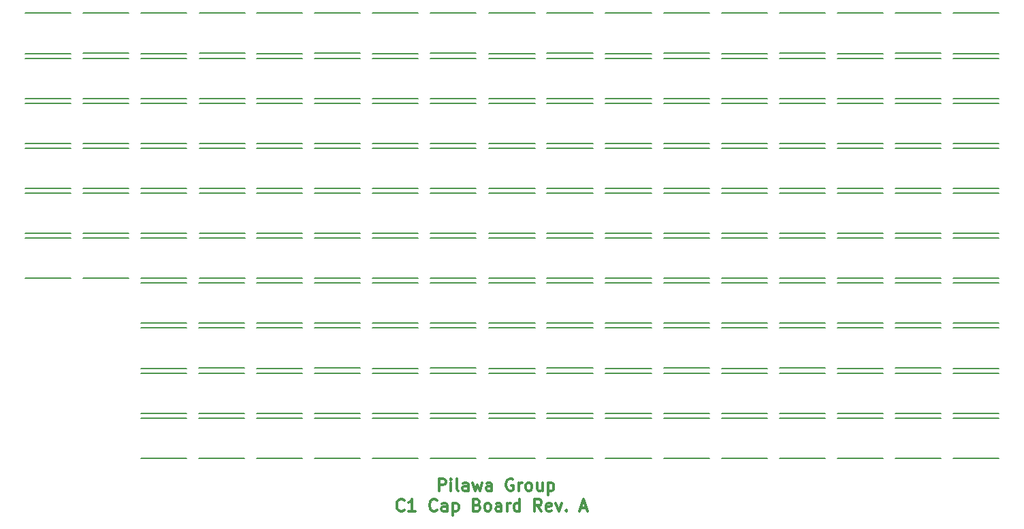
<source format=gbr>
G04 #@! TF.GenerationSoftware,KiCad,Pcbnew,(5.0.0)*
G04 #@! TF.CreationDate,2019-06-02T07:24:35-07:00*
G04 #@! TF.ProjectId,SSB Cap Board C1 - Rev2,5353422043617020426F617264204331,rev?*
G04 #@! TF.SameCoordinates,Original*
G04 #@! TF.FileFunction,Legend,Top*
G04 #@! TF.FilePolarity,Positive*
%FSLAX46Y46*%
G04 Gerber Fmt 4.6, Leading zero omitted, Abs format (unit mm)*
G04 Created by KiCad (PCBNEW (5.0.0)) date 06/02/19 07:24:35*
%MOMM*%
%LPD*%
G01*
G04 APERTURE LIST*
%ADD10C,0.300000*%
%ADD11C,0.150000*%
G04 APERTURE END LIST*
D10*
X-8631142Y46443428D02*
X-8631142Y47943428D01*
X-8059714Y47943428D01*
X-7916857Y47872000D01*
X-7845428Y47800571D01*
X-7774000Y47657714D01*
X-7774000Y47443428D01*
X-7845428Y47300571D01*
X-7916857Y47229142D01*
X-8059714Y47157714D01*
X-8631142Y47157714D01*
X-7131142Y46443428D02*
X-7131142Y47443428D01*
X-7131142Y47943428D02*
X-7202571Y47872000D01*
X-7131142Y47800571D01*
X-7059714Y47872000D01*
X-7131142Y47943428D01*
X-7131142Y47800571D01*
X-6202571Y46443428D02*
X-6345428Y46514857D01*
X-6416857Y46657714D01*
X-6416857Y47943428D01*
X-4988285Y46443428D02*
X-4988285Y47229142D01*
X-5059714Y47372000D01*
X-5202571Y47443428D01*
X-5488285Y47443428D01*
X-5631142Y47372000D01*
X-4988285Y46514857D02*
X-5131142Y46443428D01*
X-5488285Y46443428D01*
X-5631142Y46514857D01*
X-5702571Y46657714D01*
X-5702571Y46800571D01*
X-5631142Y46943428D01*
X-5488285Y47014857D01*
X-5131142Y47014857D01*
X-4988285Y47086285D01*
X-4416857Y47443428D02*
X-4131142Y46443428D01*
X-3845428Y47157714D01*
X-3559714Y46443428D01*
X-3274000Y47443428D01*
X-2059714Y46443428D02*
X-2059714Y47229142D01*
X-2131142Y47372000D01*
X-2274000Y47443428D01*
X-2559714Y47443428D01*
X-2702571Y47372000D01*
X-2059714Y46514857D02*
X-2202571Y46443428D01*
X-2559714Y46443428D01*
X-2702571Y46514857D01*
X-2774000Y46657714D01*
X-2774000Y46800571D01*
X-2702571Y46943428D01*
X-2559714Y47014857D01*
X-2202571Y47014857D01*
X-2059714Y47086285D01*
X583142Y47872000D02*
X440285Y47943428D01*
X225999Y47943428D01*
X11714Y47872000D01*
X-131142Y47729142D01*
X-202571Y47586285D01*
X-274000Y47300571D01*
X-274000Y47086285D01*
X-202571Y46800571D01*
X-131142Y46657714D01*
X11714Y46514857D01*
X225999Y46443428D01*
X368857Y46443428D01*
X583142Y46514857D01*
X654571Y46586285D01*
X654571Y47086285D01*
X368857Y47086285D01*
X1297428Y46443428D02*
X1297428Y47443428D01*
X1297428Y47157714D02*
X1368857Y47300571D01*
X1440285Y47372000D01*
X1583142Y47443428D01*
X1725999Y47443428D01*
X2440285Y46443428D02*
X2297428Y46514857D01*
X2225999Y46586285D01*
X2154571Y46729142D01*
X2154571Y47157714D01*
X2225999Y47300571D01*
X2297428Y47372000D01*
X2440285Y47443428D01*
X2654571Y47443428D01*
X2797428Y47372000D01*
X2868857Y47300571D01*
X2940285Y47157714D01*
X2940285Y46729142D01*
X2868857Y46586285D01*
X2797428Y46514857D01*
X2654571Y46443428D01*
X2440285Y46443428D01*
X4225999Y47443428D02*
X4225999Y46443428D01*
X3583142Y47443428D02*
X3583142Y46657714D01*
X3654571Y46514857D01*
X3797428Y46443428D01*
X4011714Y46443428D01*
X4154571Y46514857D01*
X4225999Y46586285D01*
X4940285Y47443428D02*
X4940285Y45943428D01*
X4940285Y47372000D02*
X5083142Y47443428D01*
X5368857Y47443428D01*
X5511714Y47372000D01*
X5583142Y47300571D01*
X5654571Y47157714D01*
X5654571Y46729142D01*
X5583142Y46586285D01*
X5511714Y46514857D01*
X5368857Y46443428D01*
X5083142Y46443428D01*
X4940285Y46514857D01*
X-12952571Y44036285D02*
X-13024000Y43964857D01*
X-13238285Y43893428D01*
X-13381142Y43893428D01*
X-13595428Y43964857D01*
X-13738285Y44107714D01*
X-13809714Y44250571D01*
X-13881142Y44536285D01*
X-13881142Y44750571D01*
X-13809714Y45036285D01*
X-13738285Y45179142D01*
X-13595428Y45322000D01*
X-13381142Y45393428D01*
X-13238285Y45393428D01*
X-13024000Y45322000D01*
X-12952571Y45250571D01*
X-11524000Y43893428D02*
X-12381142Y43893428D01*
X-11952571Y43893428D02*
X-11952571Y45393428D01*
X-12095428Y45179142D01*
X-12238285Y45036285D01*
X-12381142Y44964857D01*
X-8881142Y44036285D02*
X-8952571Y43964857D01*
X-9166857Y43893428D01*
X-9309714Y43893428D01*
X-9524000Y43964857D01*
X-9666857Y44107714D01*
X-9738285Y44250571D01*
X-9809714Y44536285D01*
X-9809714Y44750571D01*
X-9738285Y45036285D01*
X-9666857Y45179142D01*
X-9524000Y45322000D01*
X-9309714Y45393428D01*
X-9166857Y45393428D01*
X-8952571Y45322000D01*
X-8881142Y45250571D01*
X-7595428Y43893428D02*
X-7595428Y44679142D01*
X-7666857Y44822000D01*
X-7809714Y44893428D01*
X-8095428Y44893428D01*
X-8238285Y44822000D01*
X-7595428Y43964857D02*
X-7738285Y43893428D01*
X-8095428Y43893428D01*
X-8238285Y43964857D01*
X-8309714Y44107714D01*
X-8309714Y44250571D01*
X-8238285Y44393428D01*
X-8095428Y44464857D01*
X-7738285Y44464857D01*
X-7595428Y44536285D01*
X-6881142Y44893428D02*
X-6881142Y43393428D01*
X-6881142Y44822000D02*
X-6738285Y44893428D01*
X-6452571Y44893428D01*
X-6309714Y44822000D01*
X-6238285Y44750571D01*
X-6166857Y44607714D01*
X-6166857Y44179142D01*
X-6238285Y44036285D01*
X-6309714Y43964857D01*
X-6452571Y43893428D01*
X-6738285Y43893428D01*
X-6881142Y43964857D01*
X-3881142Y44679142D02*
X-3666857Y44607714D01*
X-3595428Y44536285D01*
X-3524000Y44393428D01*
X-3524000Y44179142D01*
X-3595428Y44036285D01*
X-3666857Y43964857D01*
X-3809714Y43893428D01*
X-4381142Y43893428D01*
X-4381142Y45393428D01*
X-3881142Y45393428D01*
X-3738285Y45322000D01*
X-3666857Y45250571D01*
X-3595428Y45107714D01*
X-3595428Y44964857D01*
X-3666857Y44822000D01*
X-3738285Y44750571D01*
X-3881142Y44679142D01*
X-4381142Y44679142D01*
X-2666857Y43893428D02*
X-2809714Y43964857D01*
X-2881142Y44036285D01*
X-2952571Y44179142D01*
X-2952571Y44607714D01*
X-2881142Y44750571D01*
X-2809714Y44822000D01*
X-2666857Y44893428D01*
X-2452571Y44893428D01*
X-2309714Y44822000D01*
X-2238285Y44750571D01*
X-2166857Y44607714D01*
X-2166857Y44179142D01*
X-2238285Y44036285D01*
X-2309714Y43964857D01*
X-2452571Y43893428D01*
X-2666857Y43893428D01*
X-881142Y43893428D02*
X-881142Y44679142D01*
X-952571Y44822000D01*
X-1095428Y44893428D01*
X-1381142Y44893428D01*
X-1524000Y44822000D01*
X-881142Y43964857D02*
X-1024000Y43893428D01*
X-1381142Y43893428D01*
X-1524000Y43964857D01*
X-1595428Y44107714D01*
X-1595428Y44250571D01*
X-1524000Y44393428D01*
X-1381142Y44464857D01*
X-1024000Y44464857D01*
X-881142Y44536285D01*
X-166857Y43893428D02*
X-166857Y44893428D01*
X-166857Y44607714D02*
X-95428Y44750571D01*
X-24000Y44822000D01*
X118857Y44893428D01*
X261714Y44893428D01*
X1404571Y43893428D02*
X1404571Y45393428D01*
X1404571Y43964857D02*
X1261714Y43893428D01*
X975999Y43893428D01*
X833142Y43964857D01*
X761714Y44036285D01*
X690285Y44179142D01*
X690285Y44607714D01*
X761714Y44750571D01*
X833142Y44822000D01*
X975999Y44893428D01*
X1261714Y44893428D01*
X1404571Y44822000D01*
X4118857Y43893428D02*
X3618857Y44607714D01*
X3261714Y43893428D02*
X3261714Y45393428D01*
X3833142Y45393428D01*
X3975999Y45322000D01*
X4047428Y45250571D01*
X4118857Y45107714D01*
X4118857Y44893428D01*
X4047428Y44750571D01*
X3975999Y44679142D01*
X3833142Y44607714D01*
X3261714Y44607714D01*
X5333142Y43964857D02*
X5190285Y43893428D01*
X4904571Y43893428D01*
X4761714Y43964857D01*
X4690285Y44107714D01*
X4690285Y44679142D01*
X4761714Y44822000D01*
X4904571Y44893428D01*
X5190285Y44893428D01*
X5333142Y44822000D01*
X5404571Y44679142D01*
X5404571Y44536285D01*
X4690285Y44393428D01*
X5904571Y44893428D02*
X6261714Y43893428D01*
X6618857Y44893428D01*
X7190285Y44036285D02*
X7261714Y43964857D01*
X7190285Y43893428D01*
X7118857Y43964857D01*
X7190285Y44036285D01*
X7190285Y43893428D01*
X8975999Y44322000D02*
X9690285Y44322000D01*
X8833142Y43893428D02*
X9333142Y45393428D01*
X9833142Y43893428D01*
D11*
G04 #@! TO.C,C425*
X60995000Y78495000D02*
X55295000Y78495000D01*
X60995000Y83495000D02*
X55295000Y83495000D01*
G04 #@! TO.C,C430*
X60995000Y72295000D02*
X55295000Y72295000D01*
X60995000Y67295000D02*
X55295000Y67295000D01*
G04 #@! TO.C,C431*
X60995000Y100895000D02*
X55295000Y100895000D01*
X60995000Y105895000D02*
X55295000Y105895000D01*
G04 #@! TO.C,C434*
X60995000Y66695000D02*
X55295000Y66695000D01*
X60995000Y61695000D02*
X55295000Y61695000D01*
G04 #@! TO.C,C435*
X60995000Y95295000D02*
X55295000Y95295000D01*
X60995000Y100295000D02*
X55295000Y100295000D01*
G04 #@! TO.C,C406*
X60995000Y56095000D02*
X55295000Y56095000D01*
X60995000Y61095000D02*
X55295000Y61095000D01*
G04 #@! TO.C,C407*
X60995000Y94695000D02*
X55295000Y94695000D01*
X60995000Y89695000D02*
X55295000Y89695000D01*
G04 #@! TO.C,C408*
X60995000Y50495000D02*
X55295000Y50495000D01*
X60995000Y55495000D02*
X55295000Y55495000D01*
G04 #@! TO.C,C409*
X60995000Y89095000D02*
X55295000Y89095000D01*
X60995000Y84095000D02*
X55295000Y84095000D01*
G04 #@! TO.C,C422*
X60995000Y72895000D02*
X55295000Y72895000D01*
X60995000Y77895000D02*
X55295000Y77895000D01*
G04 #@! TO.C,C343*
X-24095000Y77905000D02*
X-18395000Y77905000D01*
X-24095000Y72905000D02*
X-18395000Y72905000D01*
G04 #@! TO.C,C340*
X46595000Y72295000D02*
X40895000Y72295000D01*
X46595000Y67295000D02*
X40895000Y67295000D01*
G04 #@! TO.C,C333*
X4805000Y100905000D02*
X10505000Y100905000D01*
X4805000Y105905000D02*
X10505000Y105905000D01*
G04 #@! TO.C,C332*
X46595000Y66695000D02*
X40895000Y66695000D01*
X46595000Y61695000D02*
X40895000Y61695000D01*
G04 #@! TO.C,C1*
X-40005000Y50495000D02*
X-45705000Y50495000D01*
X-40005000Y55495000D02*
X-45705000Y55495000D01*
G04 #@! TO.C,C363*
X48105000Y105905000D02*
X53805000Y105905000D01*
X48105000Y100905000D02*
X53805000Y100905000D01*
G04 #@! TO.C,C275*
X46595000Y77895000D02*
X40895000Y77895000D01*
X46595000Y72895000D02*
X40895000Y72895000D01*
G04 #@! TO.C,C273*
X19305000Y55505000D02*
X25005000Y55505000D01*
X19305000Y50505000D02*
X25005000Y50505000D01*
G04 #@! TO.C,C313*
X46595000Y89095000D02*
X40895000Y89095000D01*
X46595000Y84095000D02*
X40895000Y84095000D01*
G04 #@! TO.C,C264*
X48105000Y94705000D02*
X53805000Y94705000D01*
X48105000Y89705000D02*
X53805000Y89705000D01*
G04 #@! TO.C,C262*
X19305000Y83505000D02*
X25005000Y83505000D01*
X19305000Y78505000D02*
X25005000Y78505000D01*
G04 #@! TO.C,C261*
X48105000Y77905000D02*
X53805000Y77905000D01*
X48105000Y72905000D02*
X53805000Y72905000D01*
G04 #@! TO.C,C260*
X32195000Y100895000D02*
X26495000Y100895000D01*
X32195000Y105895000D02*
X26495000Y105895000D01*
G04 #@! TO.C,C259*
X32195000Y56095000D02*
X26495000Y56095000D01*
X32195000Y61095000D02*
X26495000Y61095000D01*
G04 #@! TO.C,C258*
X-11205000Y56095000D02*
X-16905000Y56095000D01*
X-11205000Y61095000D02*
X-16905000Y61095000D01*
G04 #@! TO.C,C257*
X46595000Y56095000D02*
X40895000Y56095000D01*
X46595000Y61095000D02*
X40895000Y61095000D01*
G04 #@! TO.C,C314*
X19305000Y89105000D02*
X25005000Y89105000D01*
X19305000Y84105000D02*
X25005000Y84105000D01*
G04 #@! TO.C,C265*
X32195000Y95295000D02*
X26495000Y95295000D01*
X32195000Y100295000D02*
X26495000Y100295000D01*
G04 #@! TO.C,C311*
X32195000Y50495000D02*
X26495000Y50495000D01*
X32195000Y55495000D02*
X26495000Y55495000D01*
G04 #@! TO.C,C310*
X-11205000Y50495000D02*
X-16905000Y50495000D01*
X-11205000Y55495000D02*
X-16905000Y55495000D01*
G04 #@! TO.C,C309*
X46595000Y50495000D02*
X40895000Y50495000D01*
X46595000Y55495000D02*
X40895000Y55495000D01*
G04 #@! TO.C,C308*
X-54405000Y84095000D02*
X-60105000Y84095000D01*
X-54405000Y89095000D02*
X-60105000Y89095000D01*
G04 #@! TO.C,C304*
X19305000Y94705000D02*
X25005000Y94705000D01*
X19305000Y89705000D02*
X25005000Y89705000D01*
G04 #@! TO.C,C302*
X32195000Y89695000D02*
X26495000Y89695000D01*
X32195000Y94695000D02*
X26495000Y94695000D01*
G04 #@! TO.C,C300*
X48105000Y55505000D02*
X53805000Y55505000D01*
X48105000Y50505000D02*
X53805000Y50505000D01*
G04 #@! TO.C,C283*
X32195000Y84095000D02*
X26495000Y84095000D01*
X32195000Y89095000D02*
X26495000Y89095000D01*
G04 #@! TO.C,C282*
X-54405000Y78495000D02*
X-60105000Y78495000D01*
X-54405000Y83495000D02*
X-60105000Y83495000D01*
G04 #@! TO.C,C295*
X19305000Y100305000D02*
X25005000Y100305000D01*
X19305000Y95305000D02*
X25005000Y95305000D01*
G04 #@! TO.C,C294*
X19305000Y61105000D02*
X25005000Y61105000D01*
X19305000Y56105000D02*
X25005000Y56105000D01*
G04 #@! TO.C,C292*
X33705000Y77905000D02*
X39405000Y77905000D01*
X33705000Y72905000D02*
X39405000Y72905000D01*
G04 #@! TO.C,C291*
X-24095000Y105905000D02*
X-18395000Y105905000D01*
X-24095000Y100905000D02*
X-18395000Y100905000D01*
G04 #@! TO.C,C289*
X-54405000Y72895000D02*
X-60105000Y72895000D01*
X-54405000Y77895000D02*
X-60105000Y77895000D01*
G04 #@! TO.C,C287*
X19305000Y105905000D02*
X25005000Y105905000D01*
X19305000Y100905000D02*
X25005000Y100905000D01*
G04 #@! TO.C,C286*
X19305000Y66705000D02*
X25005000Y66705000D01*
X19305000Y61705000D02*
X25005000Y61705000D01*
G04 #@! TO.C,C285*
X48105000Y66705000D02*
X53805000Y66705000D01*
X48105000Y61705000D02*
X53805000Y61705000D01*
G04 #@! TO.C,C284*
X33705000Y83505000D02*
X39405000Y83505000D01*
X33705000Y78505000D02*
X39405000Y78505000D01*
G04 #@! TO.C,C299*
X48105000Y100305000D02*
X53805000Y100305000D01*
X48105000Y95305000D02*
X53805000Y95305000D01*
G04 #@! TO.C,C298*
X33705000Y89105000D02*
X39405000Y89105000D01*
X33705000Y84105000D02*
X39405000Y84105000D01*
G04 #@! TO.C,C377*
X19305000Y72305000D02*
X25005000Y72305000D01*
X19305000Y67305000D02*
X25005000Y67305000D01*
G04 #@! TO.C,C390*
X33705000Y94705000D02*
X39405000Y94705000D01*
X33705000Y89705000D02*
X39405000Y89705000D01*
G04 #@! TO.C,C388*
X-9695000Y89105000D02*
X-3995000Y89105000D01*
X-9695000Y84105000D02*
X-3995000Y84105000D01*
G04 #@! TO.C,C385*
X33705000Y100305000D02*
X39405000Y100305000D01*
X33705000Y95305000D02*
X39405000Y95305000D01*
G04 #@! TO.C,C384*
X46595000Y100895000D02*
X40895000Y100895000D01*
X46595000Y105895000D02*
X40895000Y105895000D01*
G04 #@! TO.C,C383*
X-9695000Y94705000D02*
X-3995000Y94705000D01*
X-9695000Y89705000D02*
X-3995000Y89705000D01*
G04 #@! TO.C,C381*
X33705000Y105905000D02*
X39405000Y105905000D01*
X33705000Y100905000D02*
X39405000Y100905000D01*
G04 #@! TO.C,C380*
X46595000Y95295000D02*
X40895000Y95295000D01*
X46595000Y100295000D02*
X40895000Y100295000D01*
G04 #@! TO.C,C379*
X-9695000Y100305000D02*
X-3995000Y100305000D01*
X-9695000Y95305000D02*
X-3995000Y95305000D01*
G04 #@! TO.C,C93*
X-25605000Y56095000D02*
X-31305000Y56095000D01*
X-25605000Y61095000D02*
X-31305000Y61095000D01*
G04 #@! TO.C,C92*
X-38395000Y94705000D02*
X-32695000Y94705000D01*
X-38395000Y89705000D02*
X-32695000Y89705000D01*
G04 #@! TO.C,C90*
X-52895000Y105905000D02*
X-47195000Y105905000D01*
X-52895000Y100905000D02*
X-47195000Y100905000D01*
G04 #@! TO.C,C88*
X-11205000Y89695000D02*
X-16905000Y89695000D01*
X-11205000Y94695000D02*
X-16905000Y94695000D01*
G04 #@! TO.C,C87*
X-9695000Y61105000D02*
X-3995000Y61105000D01*
X-9695000Y56105000D02*
X-3995000Y56105000D01*
G04 #@! TO.C,C86*
X3295000Y78495000D02*
X-2405000Y78495000D01*
X3295000Y83495000D02*
X-2405000Y83495000D01*
G04 #@! TO.C,C85*
X4805000Y72305000D02*
X10505000Y72305000D01*
X4805000Y67305000D02*
X10505000Y67305000D01*
G04 #@! TO.C,C84*
X17795000Y67295000D02*
X12095000Y67295000D01*
X17795000Y72295000D02*
X12095000Y72295000D01*
G04 #@! TO.C,C83*
X-25605000Y61695000D02*
X-31305000Y61695000D01*
X-25605000Y66695000D02*
X-31305000Y66695000D01*
G04 #@! TO.C,C82*
X-38395000Y89105000D02*
X-32695000Y89105000D01*
X-38395000Y84105000D02*
X-32695000Y84105000D01*
G04 #@! TO.C,C81*
X-38395000Y83505000D02*
X-32695000Y83505000D01*
X-38395000Y78505000D02*
X-32695000Y78505000D01*
G04 #@! TO.C,C80*
X17795000Y61695000D02*
X12095000Y61695000D01*
X17795000Y66695000D02*
X12095000Y66695000D01*
G04 #@! TO.C,C251*
X32195000Y78495000D02*
X26495000Y78495000D01*
X32195000Y83495000D02*
X26495000Y83495000D01*
G04 #@! TO.C,C78*
X-25605000Y67295000D02*
X-31305000Y67295000D01*
X-25605000Y72295000D02*
X-31305000Y72295000D01*
G04 #@! TO.C,C77*
X17795000Y72895000D02*
X12095000Y72895000D01*
X17795000Y77895000D02*
X12095000Y77895000D01*
G04 #@! TO.C,C76*
X4805000Y66705000D02*
X10505000Y66705000D01*
X4805000Y61705000D02*
X10505000Y61705000D01*
G04 #@! TO.C,C75*
X-40005000Y56095000D02*
X-45705000Y56095000D01*
X-40005000Y61095000D02*
X-45705000Y61095000D01*
G04 #@! TO.C,C74*
X3295000Y84095000D02*
X-2405000Y84095000D01*
X3295000Y89095000D02*
X-2405000Y89095000D01*
G04 #@! TO.C,C73*
X-9695000Y55505000D02*
X-3995000Y55505000D01*
X-9695000Y50505000D02*
X-3995000Y50505000D01*
G04 #@! TO.C,C72*
X-11205000Y95295000D02*
X-16905000Y95295000D01*
X-11205000Y100295000D02*
X-16905000Y100295000D01*
G04 #@! TO.C,C71*
X33705000Y72305000D02*
X39405000Y72305000D01*
X33705000Y67305000D02*
X39405000Y67305000D01*
G04 #@! TO.C,C70*
X-52895000Y100305000D02*
X-47195000Y100305000D01*
X-52895000Y95305000D02*
X-47195000Y95305000D01*
G04 #@! TO.C,C119*
X-54405000Y100895000D02*
X-60105000Y100895000D01*
X-54405000Y105895000D02*
X-60105000Y105895000D01*
G04 #@! TO.C,C113*
X46595000Y94695000D02*
X40895000Y94695000D01*
X46595000Y89695000D02*
X40895000Y89695000D01*
G04 #@! TO.C,C108*
X48105000Y61105000D02*
X53805000Y61105000D01*
X48105000Y56105000D02*
X53805000Y56105000D01*
G04 #@! TO.C,C106*
X-40005000Y100895000D02*
X-45705000Y100895000D01*
X-40005000Y105895000D02*
X-45705000Y105895000D01*
G04 #@! TO.C,C105*
X-54405000Y89695000D02*
X-60105000Y89695000D01*
X-54405000Y94695000D02*
X-60105000Y94695000D01*
G04 #@! TO.C,C96*
X-40005000Y95295000D02*
X-45705000Y95295000D01*
X-40005000Y100295000D02*
X-45705000Y100295000D01*
G04 #@! TO.C,C62*
X-40005000Y89695000D02*
X-45705000Y89695000D01*
X-40005000Y94695000D02*
X-45705000Y94695000D01*
G04 #@! TO.C,C3*
X17795000Y100895000D02*
X12095000Y100895000D01*
X17795000Y105895000D02*
X12095000Y105895000D01*
G04 #@! TO.C,C4*
X-25605000Y100895000D02*
X-31305000Y100895000D01*
X-25605000Y105895000D02*
X-31305000Y105895000D01*
G04 #@! TO.C,C12*
X-40005000Y84095000D02*
X-45705000Y84095000D01*
X-40005000Y89095000D02*
X-45705000Y89095000D01*
G04 #@! TO.C,C13*
X-38495000Y55505000D02*
X-32795000Y55505000D01*
X-38495000Y50505000D02*
X-32795000Y50505000D01*
G04 #@! TO.C,C14*
X-25605000Y95295000D02*
X-31305000Y95295000D01*
X-25605000Y100295000D02*
X-31305000Y100295000D01*
G04 #@! TO.C,C15*
X-52895000Y77905000D02*
X-47195000Y77905000D01*
X-52895000Y72905000D02*
X-47195000Y72905000D01*
G04 #@! TO.C,C31*
X-40005000Y78495000D02*
X-45705000Y78495000D01*
X-40005000Y83495000D02*
X-45705000Y83495000D01*
G04 #@! TO.C,C61*
X-38495000Y61105000D02*
X-32795000Y61105000D01*
X-38495000Y56105000D02*
X-32795000Y56105000D01*
G04 #@! TO.C,C60*
X-25605000Y89695000D02*
X-31305000Y89695000D01*
X-25605000Y94695000D02*
X-31305000Y94695000D01*
G04 #@! TO.C,C59*
X17795000Y95295000D02*
X12095000Y95295000D01*
X17795000Y100295000D02*
X12095000Y100295000D01*
G04 #@! TO.C,C51*
X-40005000Y72895000D02*
X-45705000Y72895000D01*
X-40005000Y77895000D02*
X-45705000Y77895000D01*
G04 #@! TO.C,C50*
X-38495000Y66705000D02*
X-32795000Y66705000D01*
X-38495000Y61705000D02*
X-32795000Y61705000D01*
G04 #@! TO.C,C49*
X-25605000Y84095000D02*
X-31305000Y84095000D01*
X-25605000Y89095000D02*
X-31305000Y89095000D01*
G04 #@! TO.C,C63*
X17795000Y89695000D02*
X12095000Y89695000D01*
X17795000Y94695000D02*
X12095000Y94695000D01*
G04 #@! TO.C,C45*
X3295000Y100895000D02*
X-2405000Y100895000D01*
X3295000Y105895000D02*
X-2405000Y105895000D01*
G04 #@! TO.C,C44*
X48105000Y89105000D02*
X53805000Y89105000D01*
X48105000Y84105000D02*
X53805000Y84105000D01*
G04 #@! TO.C,C40*
X-11205000Y100895000D02*
X-16905000Y100895000D01*
X-11205000Y105895000D02*
X-16905000Y105895000D01*
G04 #@! TO.C,C39*
X33705000Y66705000D02*
X39405000Y66705000D01*
X33705000Y61705000D02*
X39405000Y61705000D01*
G04 #@! TO.C,C38*
X-9695000Y72305000D02*
X-3995000Y72305000D01*
X-9695000Y67305000D02*
X-3995000Y67305000D01*
G04 #@! TO.C,C37*
X3295000Y56095000D02*
X-2405000Y56095000D01*
X3295000Y61095000D02*
X-2405000Y61095000D01*
G04 #@! TO.C,C36*
X-9695000Y83505000D02*
X-3995000Y83505000D01*
X-9695000Y78505000D02*
X-3995000Y78505000D01*
G04 #@! TO.C,C35*
X-11205000Y67295000D02*
X-16905000Y67295000D01*
X-11205000Y72295000D02*
X-16905000Y72295000D01*
G04 #@! TO.C,C34*
X-24095000Y72305000D02*
X-18395000Y72305000D01*
X-24095000Y67305000D02*
X-18395000Y67305000D01*
G04 #@! TO.C,C94*
X48105000Y83505000D02*
X53805000Y83505000D01*
X48105000Y78505000D02*
X53805000Y78505000D01*
G04 #@! TO.C,C32*
X4805000Y100305000D02*
X10505000Y100305000D01*
X4805000Y95305000D02*
X10505000Y95305000D01*
G04 #@! TO.C,C33*
X3295000Y50495000D02*
X-2405000Y50495000D01*
X3295000Y55495000D02*
X-2405000Y55495000D01*
G04 #@! TO.C,C46*
X-24095000Y89105000D02*
X-18395000Y89105000D01*
X-24095000Y84105000D02*
X-18395000Y84105000D01*
G04 #@! TO.C,C215*
X48105000Y72305000D02*
X53805000Y72305000D01*
X48105000Y67305000D02*
X53805000Y67305000D01*
G04 #@! TO.C,C213*
X32195000Y67295000D02*
X26495000Y67295000D01*
X32195000Y72295000D02*
X26495000Y72295000D01*
G04 #@! TO.C,C212*
X32195000Y61695000D02*
X26495000Y61695000D01*
X32195000Y66695000D02*
X26495000Y66695000D01*
G04 #@! TO.C,C209*
X19305000Y77905000D02*
X25005000Y77905000D01*
X19305000Y72905000D02*
X25005000Y72905000D01*
G04 #@! TO.C,C125*
X-11205000Y61695000D02*
X-16905000Y61695000D01*
X-11205000Y66695000D02*
X-16905000Y66695000D01*
G04 #@! TO.C,C203*
X32195000Y72895000D02*
X26495000Y72895000D01*
X32195000Y77895000D02*
X26495000Y77895000D01*
G04 #@! TO.C,C201*
X-24095000Y83505000D02*
X-18395000Y83505000D01*
X-24095000Y78505000D02*
X-18395000Y78505000D01*
G04 #@! TO.C,C190*
X33705000Y55505000D02*
X39405000Y55505000D01*
X33705000Y50505000D02*
X39405000Y50505000D01*
G04 #@! TO.C,C126*
X-52895000Y83505000D02*
X-47195000Y83505000D01*
X-52895000Y78505000D02*
X-47195000Y78505000D01*
G04 #@! TO.C,C243*
X46595000Y83495000D02*
X40895000Y83495000D01*
X46595000Y78495000D02*
X40895000Y78495000D01*
G04 #@! TO.C,C48*
X-40005000Y67295000D02*
X-45705000Y67295000D01*
X-40005000Y72295000D02*
X-45705000Y72295000D01*
G04 #@! TO.C,C155*
X-25605000Y78495000D02*
X-31305000Y78495000D01*
X-25605000Y83495000D02*
X-31305000Y83495000D01*
G04 #@! TO.C,C154*
X17795000Y84095000D02*
X12095000Y84095000D01*
X17795000Y89095000D02*
X12095000Y89095000D01*
G04 #@! TO.C,C153*
X4805000Y55505000D02*
X10505000Y55505000D01*
X4805000Y50505000D02*
X10505000Y50505000D01*
G04 #@! TO.C,C152*
X3295000Y95295000D02*
X-2405000Y95295000D01*
X3295000Y100295000D02*
X-2405000Y100295000D01*
G04 #@! TO.C,C149*
X-52895000Y94705000D02*
X-47195000Y94705000D01*
X-52895000Y89705000D02*
X-47195000Y89705000D01*
G04 #@! TO.C,C148*
X33705000Y61105000D02*
X39405000Y61105000D01*
X33705000Y56105000D02*
X39405000Y56105000D01*
G04 #@! TO.C,C147*
X-52895000Y89105000D02*
X-47195000Y89105000D01*
X-52895000Y84105000D02*
X-47195000Y84105000D01*
G04 #@! TO.C,C146*
X-40005000Y61695000D02*
X-45705000Y61695000D01*
X-40005000Y66695000D02*
X-45705000Y66695000D01*
G04 #@! TO.C,C145*
X-38395000Y77905000D02*
X-32695000Y77905000D01*
X-38395000Y72905000D02*
X-32695000Y72905000D01*
G04 #@! TO.C,C144*
X-25605000Y72895000D02*
X-31305000Y72895000D01*
X-25605000Y77895000D02*
X-31305000Y77895000D01*
G04 #@! TO.C,C143*
X17795000Y78495000D02*
X12095000Y78495000D01*
X17795000Y83495000D02*
X12095000Y83495000D01*
G04 #@! TO.C,C142*
X4805000Y61105000D02*
X10505000Y61105000D01*
X4805000Y56105000D02*
X10505000Y56105000D01*
G04 #@! TO.C,C188*
X3295000Y89695000D02*
X-2405000Y89695000D01*
X3295000Y94695000D02*
X-2405000Y94695000D01*
G04 #@! TO.C,C139*
X-24095000Y55505000D02*
X-18395000Y55505000D01*
X-24095000Y50505000D02*
X-18395000Y50505000D01*
G04 #@! TO.C,C138*
X17795000Y50495000D02*
X12095000Y50495000D01*
X17795000Y55495000D02*
X12095000Y55495000D01*
G04 #@! TO.C,C137*
X4805000Y89105000D02*
X10505000Y89105000D01*
X4805000Y84105000D02*
X10505000Y84105000D01*
G04 #@! TO.C,C136*
X3295000Y61695000D02*
X-2405000Y61695000D01*
X3295000Y66695000D02*
X-2405000Y66695000D01*
G04 #@! TO.C,C135*
X-9695000Y77905000D02*
X-3995000Y77905000D01*
X-9695000Y72905000D02*
X-3995000Y72905000D01*
G04 #@! TO.C,C134*
X-11205000Y72895000D02*
X-16905000Y72895000D01*
X-11205000Y77895000D02*
X-16905000Y77895000D01*
G04 #@! TO.C,C133*
X-24095000Y66705000D02*
X-18395000Y66705000D01*
X-24095000Y61705000D02*
X-18395000Y61705000D01*
G04 #@! TO.C,C189*
X-54405000Y95295000D02*
X-60105000Y95295000D01*
X-54405000Y100295000D02*
X-60105000Y100295000D01*
G04 #@! TO.C,C179*
X-9695000Y105905000D02*
X-3995000Y105905000D01*
X-9695000Y100905000D02*
X-3995000Y100905000D01*
G04 #@! TO.C,C177*
X-24095000Y94705000D02*
X-18395000Y94705000D01*
X-24095000Y89705000D02*
X-18395000Y89705000D01*
G04 #@! TO.C,C175*
X-24095000Y100305000D02*
X-18395000Y100305000D01*
X-24095000Y95305000D02*
X-18395000Y95305000D01*
G04 #@! TO.C,C156*
X4805000Y77905000D02*
X10505000Y77905000D01*
X4805000Y72905000D02*
X10505000Y72905000D01*
G04 #@! TO.C,C171*
X3295000Y72895000D02*
X-2405000Y72895000D01*
X3295000Y77895000D02*
X-2405000Y77895000D01*
G04 #@! TO.C,C170*
X-9695000Y66705000D02*
X-3995000Y66705000D01*
X-9695000Y61705000D02*
X-3995000Y61705000D01*
G04 #@! TO.C,C169*
X-11205000Y84095000D02*
X-16905000Y84095000D01*
X-11205000Y89095000D02*
X-16905000Y89095000D01*
G04 #@! TO.C,C166*
X-38395000Y100305000D02*
X-32695000Y100305000D01*
X-38395000Y95305000D02*
X-32695000Y95305000D01*
G04 #@! TO.C,C165*
X-25605000Y50495000D02*
X-31305000Y50495000D01*
X-25605000Y55495000D02*
X-31305000Y55495000D01*
G04 #@! TO.C,C164*
X17795000Y56095000D02*
X12095000Y56095000D01*
X17795000Y61095000D02*
X12095000Y61095000D01*
G04 #@! TO.C,C163*
X4805000Y83505000D02*
X10505000Y83505000D01*
X4805000Y78505000D02*
X10505000Y78505000D01*
G04 #@! TO.C,C162*
X3295000Y67295000D02*
X-2405000Y67295000D01*
X3295000Y72295000D02*
X-2405000Y72295000D01*
G04 #@! TO.C,C161*
X4805000Y94705000D02*
X10505000Y94705000D01*
X4805000Y89705000D02*
X10505000Y89705000D01*
G04 #@! TO.C,C160*
X-11205000Y78495000D02*
X-16905000Y78495000D01*
X-11205000Y83495000D02*
X-16905000Y83495000D01*
G04 #@! TO.C,C174*
X-24095000Y61105000D02*
X-18395000Y61105000D01*
X-24095000Y56105000D02*
X-18395000Y56105000D01*
G04 #@! TO.C,C172*
X-38395000Y105905000D02*
X-32695000Y105905000D01*
X-38395000Y100905000D02*
X-32695000Y100905000D01*
G04 #@! TO.C,C158*
X-38495000Y72305000D02*
X-32795000Y72305000D01*
X-38495000Y67305000D02*
X-32795000Y67305000D01*
G04 #@! TD*
M02*

</source>
